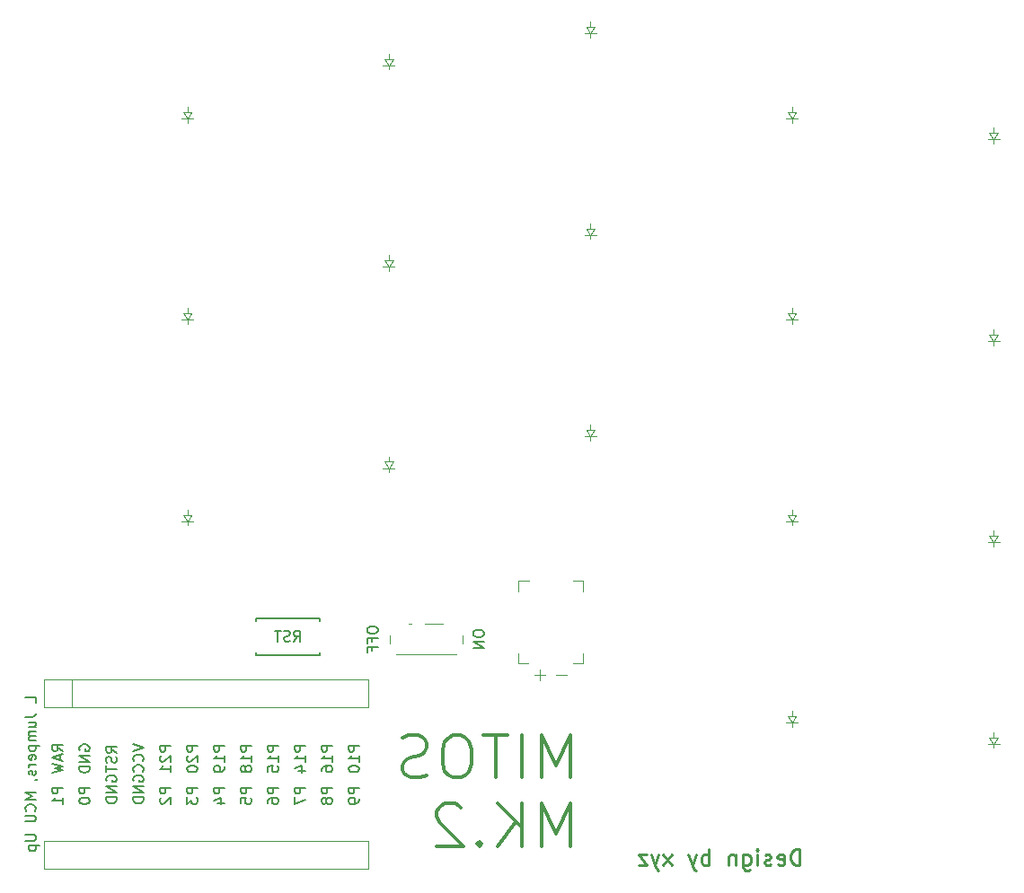
<source format=gbr>
%TF.GenerationSoftware,KiCad,Pcbnew,8.0.4*%
%TF.CreationDate,2024-08-31T21:53:54+08:00*%
%TF.ProjectId,board,626f6172-642e-46b6-9963-61645f706362,v1.0.0*%
%TF.SameCoordinates,Original*%
%TF.FileFunction,Legend,Bot*%
%TF.FilePolarity,Positive*%
%FSLAX46Y46*%
G04 Gerber Fmt 4.6, Leading zero omitted, Abs format (unit mm)*
G04 Created by KiCad (PCBNEW 8.0.4) date 2024-08-31 21:53:54*
%MOMM*%
%LPD*%
G01*
G04 APERTURE LIST*
%ADD10C,0.300000*%
%ADD11C,0.250000*%
%ADD12C,0.150000*%
%ADD13C,0.120000*%
%ADD14C,0.100000*%
G04 APERTURE END LIST*
D10*
X218100251Y-177305100D02*
X218100251Y-173305100D01*
X218100251Y-173305100D02*
X216766917Y-176162243D01*
X216766917Y-176162243D02*
X215433584Y-173305100D01*
X215433584Y-173305100D02*
X215433584Y-177305100D01*
X213528822Y-177305100D02*
X213528822Y-173305100D01*
X212195488Y-173305100D02*
X209909774Y-173305100D01*
X211052631Y-177305100D02*
X211052631Y-173305100D01*
X207814536Y-173305100D02*
X207052631Y-173305100D01*
X207052631Y-173305100D02*
X206671679Y-173495576D01*
X206671679Y-173495576D02*
X206290726Y-173876528D01*
X206290726Y-173876528D02*
X206100250Y-174638433D01*
X206100250Y-174638433D02*
X206100250Y-175971766D01*
X206100250Y-175971766D02*
X206290726Y-176733671D01*
X206290726Y-176733671D02*
X206671679Y-177114624D01*
X206671679Y-177114624D02*
X207052631Y-177305100D01*
X207052631Y-177305100D02*
X207814536Y-177305100D01*
X207814536Y-177305100D02*
X208195488Y-177114624D01*
X208195488Y-177114624D02*
X208576441Y-176733671D01*
X208576441Y-176733671D02*
X208766917Y-175971766D01*
X208766917Y-175971766D02*
X208766917Y-174638433D01*
X208766917Y-174638433D02*
X208576441Y-173876528D01*
X208576441Y-173876528D02*
X208195488Y-173495576D01*
X208195488Y-173495576D02*
X207814536Y-173305100D01*
X204576441Y-177114624D02*
X204005012Y-177305100D01*
X204005012Y-177305100D02*
X203052631Y-177305100D01*
X203052631Y-177305100D02*
X202671679Y-177114624D01*
X202671679Y-177114624D02*
X202481203Y-176924147D01*
X202481203Y-176924147D02*
X202290726Y-176543195D01*
X202290726Y-176543195D02*
X202290726Y-176162243D01*
X202290726Y-176162243D02*
X202481203Y-175781290D01*
X202481203Y-175781290D02*
X202671679Y-175590814D01*
X202671679Y-175590814D02*
X203052631Y-175400338D01*
X203052631Y-175400338D02*
X203814536Y-175209862D01*
X203814536Y-175209862D02*
X204195488Y-175019385D01*
X204195488Y-175019385D02*
X204385965Y-174828909D01*
X204385965Y-174828909D02*
X204576441Y-174447957D01*
X204576441Y-174447957D02*
X204576441Y-174067004D01*
X204576441Y-174067004D02*
X204385965Y-173686052D01*
X204385965Y-173686052D02*
X204195488Y-173495576D01*
X204195488Y-173495576D02*
X203814536Y-173305100D01*
X203814536Y-173305100D02*
X202862155Y-173305100D01*
X202862155Y-173305100D02*
X202290726Y-173495576D01*
X218100251Y-183744876D02*
X218100251Y-179744876D01*
X218100251Y-179744876D02*
X216766917Y-182602019D01*
X216766917Y-182602019D02*
X215433584Y-179744876D01*
X215433584Y-179744876D02*
X215433584Y-183744876D01*
X213528822Y-183744876D02*
X213528822Y-179744876D01*
X211243107Y-183744876D02*
X212957393Y-181459161D01*
X211243107Y-179744876D02*
X213528822Y-182030590D01*
X209528822Y-183363923D02*
X209338345Y-183554400D01*
X209338345Y-183554400D02*
X209528822Y-183744876D01*
X209528822Y-183744876D02*
X209719298Y-183554400D01*
X209719298Y-183554400D02*
X209528822Y-183363923D01*
X209528822Y-183363923D02*
X209528822Y-183744876D01*
X207814536Y-180125828D02*
X207624060Y-179935352D01*
X207624060Y-179935352D02*
X207243107Y-179744876D01*
X207243107Y-179744876D02*
X206290726Y-179744876D01*
X206290726Y-179744876D02*
X205909774Y-179935352D01*
X205909774Y-179935352D02*
X205719298Y-180125828D01*
X205719298Y-180125828D02*
X205528821Y-180506780D01*
X205528821Y-180506780D02*
X205528821Y-180887733D01*
X205528821Y-180887733D02*
X205719298Y-181459161D01*
X205719298Y-181459161D02*
X208005012Y-183744876D01*
X208005012Y-183744876D02*
X205528821Y-183744876D01*
D11*
X239728384Y-185553428D02*
X239728384Y-184053428D01*
X239728384Y-184053428D02*
X239371241Y-184053428D01*
X239371241Y-184053428D02*
X239156955Y-184124857D01*
X239156955Y-184124857D02*
X239014098Y-184267714D01*
X239014098Y-184267714D02*
X238942669Y-184410571D01*
X238942669Y-184410571D02*
X238871241Y-184696285D01*
X238871241Y-184696285D02*
X238871241Y-184910571D01*
X238871241Y-184910571D02*
X238942669Y-185196285D01*
X238942669Y-185196285D02*
X239014098Y-185339142D01*
X239014098Y-185339142D02*
X239156955Y-185482000D01*
X239156955Y-185482000D02*
X239371241Y-185553428D01*
X239371241Y-185553428D02*
X239728384Y-185553428D01*
X237656955Y-185482000D02*
X237799812Y-185553428D01*
X237799812Y-185553428D02*
X238085527Y-185553428D01*
X238085527Y-185553428D02*
X238228384Y-185482000D01*
X238228384Y-185482000D02*
X238299812Y-185339142D01*
X238299812Y-185339142D02*
X238299812Y-184767714D01*
X238299812Y-184767714D02*
X238228384Y-184624857D01*
X238228384Y-184624857D02*
X238085527Y-184553428D01*
X238085527Y-184553428D02*
X237799812Y-184553428D01*
X237799812Y-184553428D02*
X237656955Y-184624857D01*
X237656955Y-184624857D02*
X237585527Y-184767714D01*
X237585527Y-184767714D02*
X237585527Y-184910571D01*
X237585527Y-184910571D02*
X238299812Y-185053428D01*
X237014098Y-185482000D02*
X236871241Y-185553428D01*
X236871241Y-185553428D02*
X236585527Y-185553428D01*
X236585527Y-185553428D02*
X236442670Y-185482000D01*
X236442670Y-185482000D02*
X236371241Y-185339142D01*
X236371241Y-185339142D02*
X236371241Y-185267714D01*
X236371241Y-185267714D02*
X236442670Y-185124857D01*
X236442670Y-185124857D02*
X236585527Y-185053428D01*
X236585527Y-185053428D02*
X236799813Y-185053428D01*
X236799813Y-185053428D02*
X236942670Y-184982000D01*
X236942670Y-184982000D02*
X237014098Y-184839142D01*
X237014098Y-184839142D02*
X237014098Y-184767714D01*
X237014098Y-184767714D02*
X236942670Y-184624857D01*
X236942670Y-184624857D02*
X236799813Y-184553428D01*
X236799813Y-184553428D02*
X236585527Y-184553428D01*
X236585527Y-184553428D02*
X236442670Y-184624857D01*
X235728384Y-185553428D02*
X235728384Y-184553428D01*
X235728384Y-184053428D02*
X235799812Y-184124857D01*
X235799812Y-184124857D02*
X235728384Y-184196285D01*
X235728384Y-184196285D02*
X235656955Y-184124857D01*
X235656955Y-184124857D02*
X235728384Y-184053428D01*
X235728384Y-184053428D02*
X235728384Y-184196285D01*
X234371241Y-184553428D02*
X234371241Y-185767714D01*
X234371241Y-185767714D02*
X234442669Y-185910571D01*
X234442669Y-185910571D02*
X234514098Y-185982000D01*
X234514098Y-185982000D02*
X234656955Y-186053428D01*
X234656955Y-186053428D02*
X234871241Y-186053428D01*
X234871241Y-186053428D02*
X235014098Y-185982000D01*
X234371241Y-185482000D02*
X234514098Y-185553428D01*
X234514098Y-185553428D02*
X234799812Y-185553428D01*
X234799812Y-185553428D02*
X234942669Y-185482000D01*
X234942669Y-185482000D02*
X235014098Y-185410571D01*
X235014098Y-185410571D02*
X235085526Y-185267714D01*
X235085526Y-185267714D02*
X235085526Y-184839142D01*
X235085526Y-184839142D02*
X235014098Y-184696285D01*
X235014098Y-184696285D02*
X234942669Y-184624857D01*
X234942669Y-184624857D02*
X234799812Y-184553428D01*
X234799812Y-184553428D02*
X234514098Y-184553428D01*
X234514098Y-184553428D02*
X234371241Y-184624857D01*
X233656955Y-184553428D02*
X233656955Y-185553428D01*
X233656955Y-184696285D02*
X233585526Y-184624857D01*
X233585526Y-184624857D02*
X233442669Y-184553428D01*
X233442669Y-184553428D02*
X233228383Y-184553428D01*
X233228383Y-184553428D02*
X233085526Y-184624857D01*
X233085526Y-184624857D02*
X233014098Y-184767714D01*
X233014098Y-184767714D02*
X233014098Y-185553428D01*
X231156955Y-185553428D02*
X231156955Y-184053428D01*
X231156955Y-184624857D02*
X231014098Y-184553428D01*
X231014098Y-184553428D02*
X230728383Y-184553428D01*
X230728383Y-184553428D02*
X230585526Y-184624857D01*
X230585526Y-184624857D02*
X230514098Y-184696285D01*
X230514098Y-184696285D02*
X230442669Y-184839142D01*
X230442669Y-184839142D02*
X230442669Y-185267714D01*
X230442669Y-185267714D02*
X230514098Y-185410571D01*
X230514098Y-185410571D02*
X230585526Y-185482000D01*
X230585526Y-185482000D02*
X230728383Y-185553428D01*
X230728383Y-185553428D02*
X231014098Y-185553428D01*
X231014098Y-185553428D02*
X231156955Y-185482000D01*
X229942669Y-184553428D02*
X229585526Y-185553428D01*
X229228383Y-184553428D02*
X229585526Y-185553428D01*
X229585526Y-185553428D02*
X229728383Y-185910571D01*
X229728383Y-185910571D02*
X229799812Y-185982000D01*
X229799812Y-185982000D02*
X229942669Y-186053428D01*
X227656955Y-185553428D02*
X226871241Y-184553428D01*
X227656955Y-184553428D02*
X226871241Y-185553428D01*
X226442669Y-184553428D02*
X226085526Y-185553428D01*
X225728383Y-184553428D02*
X226085526Y-185553428D01*
X226085526Y-185553428D02*
X226228383Y-185910571D01*
X226228383Y-185910571D02*
X226299812Y-185982000D01*
X226299812Y-185982000D02*
X226442669Y-186053428D01*
X225299812Y-184553428D02*
X224514098Y-184553428D01*
X224514098Y-184553428D02*
X225299812Y-185553428D01*
X225299812Y-185553428D02*
X224514098Y-185553428D01*
D12*
X175344819Y-174952380D02*
X174868628Y-174619047D01*
X175344819Y-174380952D02*
X174344819Y-174380952D01*
X174344819Y-174380952D02*
X174344819Y-174761904D01*
X174344819Y-174761904D02*
X174392438Y-174857142D01*
X174392438Y-174857142D02*
X174440057Y-174904761D01*
X174440057Y-174904761D02*
X174535295Y-174952380D01*
X174535295Y-174952380D02*
X174678152Y-174952380D01*
X174678152Y-174952380D02*
X174773390Y-174904761D01*
X174773390Y-174904761D02*
X174821009Y-174857142D01*
X174821009Y-174857142D02*
X174868628Y-174761904D01*
X174868628Y-174761904D02*
X174868628Y-174380952D01*
X175297200Y-175333333D02*
X175344819Y-175476190D01*
X175344819Y-175476190D02*
X175344819Y-175714285D01*
X175344819Y-175714285D02*
X175297200Y-175809523D01*
X175297200Y-175809523D02*
X175249580Y-175857142D01*
X175249580Y-175857142D02*
X175154342Y-175904761D01*
X175154342Y-175904761D02*
X175059104Y-175904761D01*
X175059104Y-175904761D02*
X174963866Y-175857142D01*
X174963866Y-175857142D02*
X174916247Y-175809523D01*
X174916247Y-175809523D02*
X174868628Y-175714285D01*
X174868628Y-175714285D02*
X174821009Y-175523809D01*
X174821009Y-175523809D02*
X174773390Y-175428571D01*
X174773390Y-175428571D02*
X174725771Y-175380952D01*
X174725771Y-175380952D02*
X174630533Y-175333333D01*
X174630533Y-175333333D02*
X174535295Y-175333333D01*
X174535295Y-175333333D02*
X174440057Y-175380952D01*
X174440057Y-175380952D02*
X174392438Y-175428571D01*
X174392438Y-175428571D02*
X174344819Y-175523809D01*
X174344819Y-175523809D02*
X174344819Y-175761904D01*
X174344819Y-175761904D02*
X174392438Y-175904761D01*
X174344819Y-176190476D02*
X174344819Y-176761904D01*
X175344819Y-176476190D02*
X174344819Y-176476190D01*
X188044819Y-174285714D02*
X187044819Y-174285714D01*
X187044819Y-174285714D02*
X187044819Y-174666666D01*
X187044819Y-174666666D02*
X187092438Y-174761904D01*
X187092438Y-174761904D02*
X187140057Y-174809523D01*
X187140057Y-174809523D02*
X187235295Y-174857142D01*
X187235295Y-174857142D02*
X187378152Y-174857142D01*
X187378152Y-174857142D02*
X187473390Y-174809523D01*
X187473390Y-174809523D02*
X187521009Y-174761904D01*
X187521009Y-174761904D02*
X187568628Y-174666666D01*
X187568628Y-174666666D02*
X187568628Y-174285714D01*
X188044819Y-175809523D02*
X188044819Y-175238095D01*
X188044819Y-175523809D02*
X187044819Y-175523809D01*
X187044819Y-175523809D02*
X187187676Y-175428571D01*
X187187676Y-175428571D02*
X187282914Y-175333333D01*
X187282914Y-175333333D02*
X187330533Y-175238095D01*
X187473390Y-176380952D02*
X187425771Y-176285714D01*
X187425771Y-176285714D02*
X187378152Y-176238095D01*
X187378152Y-176238095D02*
X187282914Y-176190476D01*
X187282914Y-176190476D02*
X187235295Y-176190476D01*
X187235295Y-176190476D02*
X187140057Y-176238095D01*
X187140057Y-176238095D02*
X187092438Y-176285714D01*
X187092438Y-176285714D02*
X187044819Y-176380952D01*
X187044819Y-176380952D02*
X187044819Y-176571428D01*
X187044819Y-176571428D02*
X187092438Y-176666666D01*
X187092438Y-176666666D02*
X187140057Y-176714285D01*
X187140057Y-176714285D02*
X187235295Y-176761904D01*
X187235295Y-176761904D02*
X187282914Y-176761904D01*
X187282914Y-176761904D02*
X187378152Y-176714285D01*
X187378152Y-176714285D02*
X187425771Y-176666666D01*
X187425771Y-176666666D02*
X187473390Y-176571428D01*
X187473390Y-176571428D02*
X187473390Y-176380952D01*
X187473390Y-176380952D02*
X187521009Y-176285714D01*
X187521009Y-176285714D02*
X187568628Y-176238095D01*
X187568628Y-176238095D02*
X187663866Y-176190476D01*
X187663866Y-176190476D02*
X187854342Y-176190476D01*
X187854342Y-176190476D02*
X187949580Y-176238095D01*
X187949580Y-176238095D02*
X187997200Y-176285714D01*
X187997200Y-176285714D02*
X188044819Y-176380952D01*
X188044819Y-176380952D02*
X188044819Y-176571428D01*
X188044819Y-176571428D02*
X187997200Y-176666666D01*
X187997200Y-176666666D02*
X187949580Y-176714285D01*
X187949580Y-176714285D02*
X187854342Y-176761904D01*
X187854342Y-176761904D02*
X187663866Y-176761904D01*
X187663866Y-176761904D02*
X187568628Y-176714285D01*
X187568628Y-176714285D02*
X187521009Y-176666666D01*
X187521009Y-176666666D02*
X187473390Y-176571428D01*
X180424819Y-178251905D02*
X179424819Y-178251905D01*
X179424819Y-178251905D02*
X179424819Y-178632857D01*
X179424819Y-178632857D02*
X179472438Y-178728095D01*
X179472438Y-178728095D02*
X179520057Y-178775714D01*
X179520057Y-178775714D02*
X179615295Y-178823333D01*
X179615295Y-178823333D02*
X179758152Y-178823333D01*
X179758152Y-178823333D02*
X179853390Y-178775714D01*
X179853390Y-178775714D02*
X179901009Y-178728095D01*
X179901009Y-178728095D02*
X179948628Y-178632857D01*
X179948628Y-178632857D02*
X179948628Y-178251905D01*
X179520057Y-179204286D02*
X179472438Y-179251905D01*
X179472438Y-179251905D02*
X179424819Y-179347143D01*
X179424819Y-179347143D02*
X179424819Y-179585238D01*
X179424819Y-179585238D02*
X179472438Y-179680476D01*
X179472438Y-179680476D02*
X179520057Y-179728095D01*
X179520057Y-179728095D02*
X179615295Y-179775714D01*
X179615295Y-179775714D02*
X179710533Y-179775714D01*
X179710533Y-179775714D02*
X179853390Y-179728095D01*
X179853390Y-179728095D02*
X180424819Y-179156667D01*
X180424819Y-179156667D02*
X180424819Y-179775714D01*
X198204819Y-178251905D02*
X197204819Y-178251905D01*
X197204819Y-178251905D02*
X197204819Y-178632857D01*
X197204819Y-178632857D02*
X197252438Y-178728095D01*
X197252438Y-178728095D02*
X197300057Y-178775714D01*
X197300057Y-178775714D02*
X197395295Y-178823333D01*
X197395295Y-178823333D02*
X197538152Y-178823333D01*
X197538152Y-178823333D02*
X197633390Y-178775714D01*
X197633390Y-178775714D02*
X197681009Y-178728095D01*
X197681009Y-178728095D02*
X197728628Y-178632857D01*
X197728628Y-178632857D02*
X197728628Y-178251905D01*
X198204819Y-179299524D02*
X198204819Y-179490000D01*
X198204819Y-179490000D02*
X198157200Y-179585238D01*
X198157200Y-179585238D02*
X198109580Y-179632857D01*
X198109580Y-179632857D02*
X197966723Y-179728095D01*
X197966723Y-179728095D02*
X197776247Y-179775714D01*
X197776247Y-179775714D02*
X197395295Y-179775714D01*
X197395295Y-179775714D02*
X197300057Y-179728095D01*
X197300057Y-179728095D02*
X197252438Y-179680476D01*
X197252438Y-179680476D02*
X197204819Y-179585238D01*
X197204819Y-179585238D02*
X197204819Y-179394762D01*
X197204819Y-179394762D02*
X197252438Y-179299524D01*
X197252438Y-179299524D02*
X197300057Y-179251905D01*
X197300057Y-179251905D02*
X197395295Y-179204286D01*
X197395295Y-179204286D02*
X197633390Y-179204286D01*
X197633390Y-179204286D02*
X197728628Y-179251905D01*
X197728628Y-179251905D02*
X197776247Y-179299524D01*
X197776247Y-179299524D02*
X197823866Y-179394762D01*
X197823866Y-179394762D02*
X197823866Y-179585238D01*
X197823866Y-179585238D02*
X197776247Y-179680476D01*
X197776247Y-179680476D02*
X197728628Y-179728095D01*
X197728628Y-179728095D02*
X197633390Y-179775714D01*
X185504819Y-174285714D02*
X184504819Y-174285714D01*
X184504819Y-174285714D02*
X184504819Y-174666666D01*
X184504819Y-174666666D02*
X184552438Y-174761904D01*
X184552438Y-174761904D02*
X184600057Y-174809523D01*
X184600057Y-174809523D02*
X184695295Y-174857142D01*
X184695295Y-174857142D02*
X184838152Y-174857142D01*
X184838152Y-174857142D02*
X184933390Y-174809523D01*
X184933390Y-174809523D02*
X184981009Y-174761904D01*
X184981009Y-174761904D02*
X185028628Y-174666666D01*
X185028628Y-174666666D02*
X185028628Y-174285714D01*
X185504819Y-175809523D02*
X185504819Y-175238095D01*
X185504819Y-175523809D02*
X184504819Y-175523809D01*
X184504819Y-175523809D02*
X184647676Y-175428571D01*
X184647676Y-175428571D02*
X184742914Y-175333333D01*
X184742914Y-175333333D02*
X184790533Y-175238095D01*
X185504819Y-176285714D02*
X185504819Y-176476190D01*
X185504819Y-176476190D02*
X185457200Y-176571428D01*
X185457200Y-176571428D02*
X185409580Y-176619047D01*
X185409580Y-176619047D02*
X185266723Y-176714285D01*
X185266723Y-176714285D02*
X185076247Y-176761904D01*
X185076247Y-176761904D02*
X184695295Y-176761904D01*
X184695295Y-176761904D02*
X184600057Y-176714285D01*
X184600057Y-176714285D02*
X184552438Y-176666666D01*
X184552438Y-176666666D02*
X184504819Y-176571428D01*
X184504819Y-176571428D02*
X184504819Y-176380952D01*
X184504819Y-176380952D02*
X184552438Y-176285714D01*
X184552438Y-176285714D02*
X184600057Y-176238095D01*
X184600057Y-176238095D02*
X184695295Y-176190476D01*
X184695295Y-176190476D02*
X184933390Y-176190476D01*
X184933390Y-176190476D02*
X185028628Y-176238095D01*
X185028628Y-176238095D02*
X185076247Y-176285714D01*
X185076247Y-176285714D02*
X185123866Y-176380952D01*
X185123866Y-176380952D02*
X185123866Y-176571428D01*
X185123866Y-176571428D02*
X185076247Y-176666666D01*
X185076247Y-176666666D02*
X185028628Y-176714285D01*
X185028628Y-176714285D02*
X184933390Y-176761904D01*
X171852438Y-174738095D02*
X171804819Y-174642857D01*
X171804819Y-174642857D02*
X171804819Y-174500000D01*
X171804819Y-174500000D02*
X171852438Y-174357143D01*
X171852438Y-174357143D02*
X171947676Y-174261905D01*
X171947676Y-174261905D02*
X172042914Y-174214286D01*
X172042914Y-174214286D02*
X172233390Y-174166667D01*
X172233390Y-174166667D02*
X172376247Y-174166667D01*
X172376247Y-174166667D02*
X172566723Y-174214286D01*
X172566723Y-174214286D02*
X172661961Y-174261905D01*
X172661961Y-174261905D02*
X172757200Y-174357143D01*
X172757200Y-174357143D02*
X172804819Y-174500000D01*
X172804819Y-174500000D02*
X172804819Y-174595238D01*
X172804819Y-174595238D02*
X172757200Y-174738095D01*
X172757200Y-174738095D02*
X172709580Y-174785714D01*
X172709580Y-174785714D02*
X172376247Y-174785714D01*
X172376247Y-174785714D02*
X172376247Y-174595238D01*
X172804819Y-175214286D02*
X171804819Y-175214286D01*
X171804819Y-175214286D02*
X172804819Y-175785714D01*
X172804819Y-175785714D02*
X171804819Y-175785714D01*
X172804819Y-176261905D02*
X171804819Y-176261905D01*
X171804819Y-176261905D02*
X171804819Y-176500000D01*
X171804819Y-176500000D02*
X171852438Y-176642857D01*
X171852438Y-176642857D02*
X171947676Y-176738095D01*
X171947676Y-176738095D02*
X172042914Y-176785714D01*
X172042914Y-176785714D02*
X172233390Y-176833333D01*
X172233390Y-176833333D02*
X172376247Y-176833333D01*
X172376247Y-176833333D02*
X172566723Y-176785714D01*
X172566723Y-176785714D02*
X172661961Y-176738095D01*
X172661961Y-176738095D02*
X172757200Y-176642857D01*
X172757200Y-176642857D02*
X172804819Y-176500000D01*
X172804819Y-176500000D02*
X172804819Y-176261905D01*
X180424819Y-174285714D02*
X179424819Y-174285714D01*
X179424819Y-174285714D02*
X179424819Y-174666666D01*
X179424819Y-174666666D02*
X179472438Y-174761904D01*
X179472438Y-174761904D02*
X179520057Y-174809523D01*
X179520057Y-174809523D02*
X179615295Y-174857142D01*
X179615295Y-174857142D02*
X179758152Y-174857142D01*
X179758152Y-174857142D02*
X179853390Y-174809523D01*
X179853390Y-174809523D02*
X179901009Y-174761904D01*
X179901009Y-174761904D02*
X179948628Y-174666666D01*
X179948628Y-174666666D02*
X179948628Y-174285714D01*
X179520057Y-175238095D02*
X179472438Y-175285714D01*
X179472438Y-175285714D02*
X179424819Y-175380952D01*
X179424819Y-175380952D02*
X179424819Y-175619047D01*
X179424819Y-175619047D02*
X179472438Y-175714285D01*
X179472438Y-175714285D02*
X179520057Y-175761904D01*
X179520057Y-175761904D02*
X179615295Y-175809523D01*
X179615295Y-175809523D02*
X179710533Y-175809523D01*
X179710533Y-175809523D02*
X179853390Y-175761904D01*
X179853390Y-175761904D02*
X180424819Y-175190476D01*
X180424819Y-175190476D02*
X180424819Y-175809523D01*
X180424819Y-176761904D02*
X180424819Y-176190476D01*
X180424819Y-176476190D02*
X179424819Y-176476190D01*
X179424819Y-176476190D02*
X179567676Y-176380952D01*
X179567676Y-176380952D02*
X179662914Y-176285714D01*
X179662914Y-176285714D02*
X179710533Y-176190476D01*
X195664819Y-174285714D02*
X194664819Y-174285714D01*
X194664819Y-174285714D02*
X194664819Y-174666666D01*
X194664819Y-174666666D02*
X194712438Y-174761904D01*
X194712438Y-174761904D02*
X194760057Y-174809523D01*
X194760057Y-174809523D02*
X194855295Y-174857142D01*
X194855295Y-174857142D02*
X194998152Y-174857142D01*
X194998152Y-174857142D02*
X195093390Y-174809523D01*
X195093390Y-174809523D02*
X195141009Y-174761904D01*
X195141009Y-174761904D02*
X195188628Y-174666666D01*
X195188628Y-174666666D02*
X195188628Y-174285714D01*
X195664819Y-175809523D02*
X195664819Y-175238095D01*
X195664819Y-175523809D02*
X194664819Y-175523809D01*
X194664819Y-175523809D02*
X194807676Y-175428571D01*
X194807676Y-175428571D02*
X194902914Y-175333333D01*
X194902914Y-175333333D02*
X194950533Y-175238095D01*
X194664819Y-176666666D02*
X194664819Y-176476190D01*
X194664819Y-176476190D02*
X194712438Y-176380952D01*
X194712438Y-176380952D02*
X194760057Y-176333333D01*
X194760057Y-176333333D02*
X194902914Y-176238095D01*
X194902914Y-176238095D02*
X195093390Y-176190476D01*
X195093390Y-176190476D02*
X195474342Y-176190476D01*
X195474342Y-176190476D02*
X195569580Y-176238095D01*
X195569580Y-176238095D02*
X195617200Y-176285714D01*
X195617200Y-176285714D02*
X195664819Y-176380952D01*
X195664819Y-176380952D02*
X195664819Y-176571428D01*
X195664819Y-176571428D02*
X195617200Y-176666666D01*
X195617200Y-176666666D02*
X195569580Y-176714285D01*
X195569580Y-176714285D02*
X195474342Y-176761904D01*
X195474342Y-176761904D02*
X195236247Y-176761904D01*
X195236247Y-176761904D02*
X195141009Y-176714285D01*
X195141009Y-176714285D02*
X195093390Y-176666666D01*
X195093390Y-176666666D02*
X195045771Y-176571428D01*
X195045771Y-176571428D02*
X195045771Y-176380952D01*
X195045771Y-176380952D02*
X195093390Y-176285714D01*
X195093390Y-176285714D02*
X195141009Y-176238095D01*
X195141009Y-176238095D02*
X195236247Y-176190476D01*
X170264819Y-178251905D02*
X169264819Y-178251905D01*
X169264819Y-178251905D02*
X169264819Y-178632857D01*
X169264819Y-178632857D02*
X169312438Y-178728095D01*
X169312438Y-178728095D02*
X169360057Y-178775714D01*
X169360057Y-178775714D02*
X169455295Y-178823333D01*
X169455295Y-178823333D02*
X169598152Y-178823333D01*
X169598152Y-178823333D02*
X169693390Y-178775714D01*
X169693390Y-178775714D02*
X169741009Y-178728095D01*
X169741009Y-178728095D02*
X169788628Y-178632857D01*
X169788628Y-178632857D02*
X169788628Y-178251905D01*
X170264819Y-179775714D02*
X170264819Y-179204286D01*
X170264819Y-179490000D02*
X169264819Y-179490000D01*
X169264819Y-179490000D02*
X169407676Y-179394762D01*
X169407676Y-179394762D02*
X169502914Y-179299524D01*
X169502914Y-179299524D02*
X169550533Y-179204286D01*
X176932438Y-177638095D02*
X176884819Y-177542857D01*
X176884819Y-177542857D02*
X176884819Y-177400000D01*
X176884819Y-177400000D02*
X176932438Y-177257143D01*
X176932438Y-177257143D02*
X177027676Y-177161905D01*
X177027676Y-177161905D02*
X177122914Y-177114286D01*
X177122914Y-177114286D02*
X177313390Y-177066667D01*
X177313390Y-177066667D02*
X177456247Y-177066667D01*
X177456247Y-177066667D02*
X177646723Y-177114286D01*
X177646723Y-177114286D02*
X177741961Y-177161905D01*
X177741961Y-177161905D02*
X177837200Y-177257143D01*
X177837200Y-177257143D02*
X177884819Y-177400000D01*
X177884819Y-177400000D02*
X177884819Y-177495238D01*
X177884819Y-177495238D02*
X177837200Y-177638095D01*
X177837200Y-177638095D02*
X177789580Y-177685714D01*
X177789580Y-177685714D02*
X177456247Y-177685714D01*
X177456247Y-177685714D02*
X177456247Y-177495238D01*
X177884819Y-178114286D02*
X176884819Y-178114286D01*
X176884819Y-178114286D02*
X177884819Y-178685714D01*
X177884819Y-178685714D02*
X176884819Y-178685714D01*
X177884819Y-179161905D02*
X176884819Y-179161905D01*
X176884819Y-179161905D02*
X176884819Y-179400000D01*
X176884819Y-179400000D02*
X176932438Y-179542857D01*
X176932438Y-179542857D02*
X177027676Y-179638095D01*
X177027676Y-179638095D02*
X177122914Y-179685714D01*
X177122914Y-179685714D02*
X177313390Y-179733333D01*
X177313390Y-179733333D02*
X177456247Y-179733333D01*
X177456247Y-179733333D02*
X177646723Y-179685714D01*
X177646723Y-179685714D02*
X177741961Y-179638095D01*
X177741961Y-179638095D02*
X177837200Y-179542857D01*
X177837200Y-179542857D02*
X177884819Y-179400000D01*
X177884819Y-179400000D02*
X177884819Y-179161905D01*
X185504819Y-178251905D02*
X184504819Y-178251905D01*
X184504819Y-178251905D02*
X184504819Y-178632857D01*
X184504819Y-178632857D02*
X184552438Y-178728095D01*
X184552438Y-178728095D02*
X184600057Y-178775714D01*
X184600057Y-178775714D02*
X184695295Y-178823333D01*
X184695295Y-178823333D02*
X184838152Y-178823333D01*
X184838152Y-178823333D02*
X184933390Y-178775714D01*
X184933390Y-178775714D02*
X184981009Y-178728095D01*
X184981009Y-178728095D02*
X185028628Y-178632857D01*
X185028628Y-178632857D02*
X185028628Y-178251905D01*
X184838152Y-179680476D02*
X185504819Y-179680476D01*
X184457200Y-179442381D02*
X185171485Y-179204286D01*
X185171485Y-179204286D02*
X185171485Y-179823333D01*
X182964819Y-178251905D02*
X181964819Y-178251905D01*
X181964819Y-178251905D02*
X181964819Y-178632857D01*
X181964819Y-178632857D02*
X182012438Y-178728095D01*
X182012438Y-178728095D02*
X182060057Y-178775714D01*
X182060057Y-178775714D02*
X182155295Y-178823333D01*
X182155295Y-178823333D02*
X182298152Y-178823333D01*
X182298152Y-178823333D02*
X182393390Y-178775714D01*
X182393390Y-178775714D02*
X182441009Y-178728095D01*
X182441009Y-178728095D02*
X182488628Y-178632857D01*
X182488628Y-178632857D02*
X182488628Y-178251905D01*
X181964819Y-179156667D02*
X181964819Y-179775714D01*
X181964819Y-179775714D02*
X182345771Y-179442381D01*
X182345771Y-179442381D02*
X182345771Y-179585238D01*
X182345771Y-179585238D02*
X182393390Y-179680476D01*
X182393390Y-179680476D02*
X182441009Y-179728095D01*
X182441009Y-179728095D02*
X182536247Y-179775714D01*
X182536247Y-179775714D02*
X182774342Y-179775714D01*
X182774342Y-179775714D02*
X182869580Y-179728095D01*
X182869580Y-179728095D02*
X182917200Y-179680476D01*
X182917200Y-179680476D02*
X182964819Y-179585238D01*
X182964819Y-179585238D02*
X182964819Y-179299524D01*
X182964819Y-179299524D02*
X182917200Y-179204286D01*
X182917200Y-179204286D02*
X182869580Y-179156667D01*
X198204819Y-174285714D02*
X197204819Y-174285714D01*
X197204819Y-174285714D02*
X197204819Y-174666666D01*
X197204819Y-174666666D02*
X197252438Y-174761904D01*
X197252438Y-174761904D02*
X197300057Y-174809523D01*
X197300057Y-174809523D02*
X197395295Y-174857142D01*
X197395295Y-174857142D02*
X197538152Y-174857142D01*
X197538152Y-174857142D02*
X197633390Y-174809523D01*
X197633390Y-174809523D02*
X197681009Y-174761904D01*
X197681009Y-174761904D02*
X197728628Y-174666666D01*
X197728628Y-174666666D02*
X197728628Y-174285714D01*
X198204819Y-175809523D02*
X198204819Y-175238095D01*
X198204819Y-175523809D02*
X197204819Y-175523809D01*
X197204819Y-175523809D02*
X197347676Y-175428571D01*
X197347676Y-175428571D02*
X197442914Y-175333333D01*
X197442914Y-175333333D02*
X197490533Y-175238095D01*
X197204819Y-176428571D02*
X197204819Y-176523809D01*
X197204819Y-176523809D02*
X197252438Y-176619047D01*
X197252438Y-176619047D02*
X197300057Y-176666666D01*
X197300057Y-176666666D02*
X197395295Y-176714285D01*
X197395295Y-176714285D02*
X197585771Y-176761904D01*
X197585771Y-176761904D02*
X197823866Y-176761904D01*
X197823866Y-176761904D02*
X198014342Y-176714285D01*
X198014342Y-176714285D02*
X198109580Y-176666666D01*
X198109580Y-176666666D02*
X198157200Y-176619047D01*
X198157200Y-176619047D02*
X198204819Y-176523809D01*
X198204819Y-176523809D02*
X198204819Y-176428571D01*
X198204819Y-176428571D02*
X198157200Y-176333333D01*
X198157200Y-176333333D02*
X198109580Y-176285714D01*
X198109580Y-176285714D02*
X198014342Y-176238095D01*
X198014342Y-176238095D02*
X197823866Y-176190476D01*
X197823866Y-176190476D02*
X197585771Y-176190476D01*
X197585771Y-176190476D02*
X197395295Y-176238095D01*
X197395295Y-176238095D02*
X197300057Y-176285714D01*
X197300057Y-176285714D02*
X197252438Y-176333333D01*
X197252438Y-176333333D02*
X197204819Y-176428571D01*
X193124819Y-178251905D02*
X192124819Y-178251905D01*
X192124819Y-178251905D02*
X192124819Y-178632857D01*
X192124819Y-178632857D02*
X192172438Y-178728095D01*
X192172438Y-178728095D02*
X192220057Y-178775714D01*
X192220057Y-178775714D02*
X192315295Y-178823333D01*
X192315295Y-178823333D02*
X192458152Y-178823333D01*
X192458152Y-178823333D02*
X192553390Y-178775714D01*
X192553390Y-178775714D02*
X192601009Y-178728095D01*
X192601009Y-178728095D02*
X192648628Y-178632857D01*
X192648628Y-178632857D02*
X192648628Y-178251905D01*
X192124819Y-179156667D02*
X192124819Y-179823333D01*
X192124819Y-179823333D02*
X193124819Y-179394762D01*
X176884819Y-174166667D02*
X177884819Y-174500000D01*
X177884819Y-174500000D02*
X176884819Y-174833333D01*
X177789580Y-175738095D02*
X177837200Y-175690476D01*
X177837200Y-175690476D02*
X177884819Y-175547619D01*
X177884819Y-175547619D02*
X177884819Y-175452381D01*
X177884819Y-175452381D02*
X177837200Y-175309524D01*
X177837200Y-175309524D02*
X177741961Y-175214286D01*
X177741961Y-175214286D02*
X177646723Y-175166667D01*
X177646723Y-175166667D02*
X177456247Y-175119048D01*
X177456247Y-175119048D02*
X177313390Y-175119048D01*
X177313390Y-175119048D02*
X177122914Y-175166667D01*
X177122914Y-175166667D02*
X177027676Y-175214286D01*
X177027676Y-175214286D02*
X176932438Y-175309524D01*
X176932438Y-175309524D02*
X176884819Y-175452381D01*
X176884819Y-175452381D02*
X176884819Y-175547619D01*
X176884819Y-175547619D02*
X176932438Y-175690476D01*
X176932438Y-175690476D02*
X176980057Y-175738095D01*
X177789580Y-176738095D02*
X177837200Y-176690476D01*
X177837200Y-176690476D02*
X177884819Y-176547619D01*
X177884819Y-176547619D02*
X177884819Y-176452381D01*
X177884819Y-176452381D02*
X177837200Y-176309524D01*
X177837200Y-176309524D02*
X177741961Y-176214286D01*
X177741961Y-176214286D02*
X177646723Y-176166667D01*
X177646723Y-176166667D02*
X177456247Y-176119048D01*
X177456247Y-176119048D02*
X177313390Y-176119048D01*
X177313390Y-176119048D02*
X177122914Y-176166667D01*
X177122914Y-176166667D02*
X177027676Y-176214286D01*
X177027676Y-176214286D02*
X176932438Y-176309524D01*
X176932438Y-176309524D02*
X176884819Y-176452381D01*
X176884819Y-176452381D02*
X176884819Y-176547619D01*
X176884819Y-176547619D02*
X176932438Y-176690476D01*
X176932438Y-176690476D02*
X176980057Y-176738095D01*
X188044819Y-178251905D02*
X187044819Y-178251905D01*
X187044819Y-178251905D02*
X187044819Y-178632857D01*
X187044819Y-178632857D02*
X187092438Y-178728095D01*
X187092438Y-178728095D02*
X187140057Y-178775714D01*
X187140057Y-178775714D02*
X187235295Y-178823333D01*
X187235295Y-178823333D02*
X187378152Y-178823333D01*
X187378152Y-178823333D02*
X187473390Y-178775714D01*
X187473390Y-178775714D02*
X187521009Y-178728095D01*
X187521009Y-178728095D02*
X187568628Y-178632857D01*
X187568628Y-178632857D02*
X187568628Y-178251905D01*
X187044819Y-179728095D02*
X187044819Y-179251905D01*
X187044819Y-179251905D02*
X187521009Y-179204286D01*
X187521009Y-179204286D02*
X187473390Y-179251905D01*
X187473390Y-179251905D02*
X187425771Y-179347143D01*
X187425771Y-179347143D02*
X187425771Y-179585238D01*
X187425771Y-179585238D02*
X187473390Y-179680476D01*
X187473390Y-179680476D02*
X187521009Y-179728095D01*
X187521009Y-179728095D02*
X187616247Y-179775714D01*
X187616247Y-179775714D02*
X187854342Y-179775714D01*
X187854342Y-179775714D02*
X187949580Y-179728095D01*
X187949580Y-179728095D02*
X187997200Y-179680476D01*
X187997200Y-179680476D02*
X188044819Y-179585238D01*
X188044819Y-179585238D02*
X188044819Y-179347143D01*
X188044819Y-179347143D02*
X187997200Y-179251905D01*
X187997200Y-179251905D02*
X187949580Y-179204286D01*
X190584819Y-174285714D02*
X189584819Y-174285714D01*
X189584819Y-174285714D02*
X189584819Y-174666666D01*
X189584819Y-174666666D02*
X189632438Y-174761904D01*
X189632438Y-174761904D02*
X189680057Y-174809523D01*
X189680057Y-174809523D02*
X189775295Y-174857142D01*
X189775295Y-174857142D02*
X189918152Y-174857142D01*
X189918152Y-174857142D02*
X190013390Y-174809523D01*
X190013390Y-174809523D02*
X190061009Y-174761904D01*
X190061009Y-174761904D02*
X190108628Y-174666666D01*
X190108628Y-174666666D02*
X190108628Y-174285714D01*
X190584819Y-175809523D02*
X190584819Y-175238095D01*
X190584819Y-175523809D02*
X189584819Y-175523809D01*
X189584819Y-175523809D02*
X189727676Y-175428571D01*
X189727676Y-175428571D02*
X189822914Y-175333333D01*
X189822914Y-175333333D02*
X189870533Y-175238095D01*
X189584819Y-176714285D02*
X189584819Y-176238095D01*
X189584819Y-176238095D02*
X190061009Y-176190476D01*
X190061009Y-176190476D02*
X190013390Y-176238095D01*
X190013390Y-176238095D02*
X189965771Y-176333333D01*
X189965771Y-176333333D02*
X189965771Y-176571428D01*
X189965771Y-176571428D02*
X190013390Y-176666666D01*
X190013390Y-176666666D02*
X190061009Y-176714285D01*
X190061009Y-176714285D02*
X190156247Y-176761904D01*
X190156247Y-176761904D02*
X190394342Y-176761904D01*
X190394342Y-176761904D02*
X190489580Y-176714285D01*
X190489580Y-176714285D02*
X190537200Y-176666666D01*
X190537200Y-176666666D02*
X190584819Y-176571428D01*
X190584819Y-176571428D02*
X190584819Y-176333333D01*
X190584819Y-176333333D02*
X190537200Y-176238095D01*
X190537200Y-176238095D02*
X190489580Y-176190476D01*
X167719819Y-170211904D02*
X167719819Y-169735714D01*
X167719819Y-169735714D02*
X166719819Y-169735714D01*
X166719819Y-171592857D02*
X167434104Y-171592857D01*
X167434104Y-171592857D02*
X167576961Y-171545238D01*
X167576961Y-171545238D02*
X167672200Y-171450000D01*
X167672200Y-171450000D02*
X167719819Y-171307143D01*
X167719819Y-171307143D02*
X167719819Y-171211905D01*
X167053152Y-172497619D02*
X167719819Y-172497619D01*
X167053152Y-172069048D02*
X167576961Y-172069048D01*
X167576961Y-172069048D02*
X167672200Y-172116667D01*
X167672200Y-172116667D02*
X167719819Y-172211905D01*
X167719819Y-172211905D02*
X167719819Y-172354762D01*
X167719819Y-172354762D02*
X167672200Y-172450000D01*
X167672200Y-172450000D02*
X167624580Y-172497619D01*
X167719819Y-172973810D02*
X167053152Y-172973810D01*
X167148390Y-172973810D02*
X167100771Y-173021429D01*
X167100771Y-173021429D02*
X167053152Y-173116667D01*
X167053152Y-173116667D02*
X167053152Y-173259524D01*
X167053152Y-173259524D02*
X167100771Y-173354762D01*
X167100771Y-173354762D02*
X167196009Y-173402381D01*
X167196009Y-173402381D02*
X167719819Y-173402381D01*
X167196009Y-173402381D02*
X167100771Y-173450000D01*
X167100771Y-173450000D02*
X167053152Y-173545238D01*
X167053152Y-173545238D02*
X167053152Y-173688095D01*
X167053152Y-173688095D02*
X167100771Y-173783334D01*
X167100771Y-173783334D02*
X167196009Y-173830953D01*
X167196009Y-173830953D02*
X167719819Y-173830953D01*
X167053152Y-174307143D02*
X168053152Y-174307143D01*
X167100771Y-174307143D02*
X167053152Y-174402381D01*
X167053152Y-174402381D02*
X167053152Y-174592857D01*
X167053152Y-174592857D02*
X167100771Y-174688095D01*
X167100771Y-174688095D02*
X167148390Y-174735714D01*
X167148390Y-174735714D02*
X167243628Y-174783333D01*
X167243628Y-174783333D02*
X167529342Y-174783333D01*
X167529342Y-174783333D02*
X167624580Y-174735714D01*
X167624580Y-174735714D02*
X167672200Y-174688095D01*
X167672200Y-174688095D02*
X167719819Y-174592857D01*
X167719819Y-174592857D02*
X167719819Y-174402381D01*
X167719819Y-174402381D02*
X167672200Y-174307143D01*
X167672200Y-175592857D02*
X167719819Y-175497619D01*
X167719819Y-175497619D02*
X167719819Y-175307143D01*
X167719819Y-175307143D02*
X167672200Y-175211905D01*
X167672200Y-175211905D02*
X167576961Y-175164286D01*
X167576961Y-175164286D02*
X167196009Y-175164286D01*
X167196009Y-175164286D02*
X167100771Y-175211905D01*
X167100771Y-175211905D02*
X167053152Y-175307143D01*
X167053152Y-175307143D02*
X167053152Y-175497619D01*
X167053152Y-175497619D02*
X167100771Y-175592857D01*
X167100771Y-175592857D02*
X167196009Y-175640476D01*
X167196009Y-175640476D02*
X167291247Y-175640476D01*
X167291247Y-175640476D02*
X167386485Y-175164286D01*
X167719819Y-176069048D02*
X167053152Y-176069048D01*
X167243628Y-176069048D02*
X167148390Y-176116667D01*
X167148390Y-176116667D02*
X167100771Y-176164286D01*
X167100771Y-176164286D02*
X167053152Y-176259524D01*
X167053152Y-176259524D02*
X167053152Y-176354762D01*
X167672200Y-176640477D02*
X167719819Y-176735715D01*
X167719819Y-176735715D02*
X167719819Y-176926191D01*
X167719819Y-176926191D02*
X167672200Y-177021429D01*
X167672200Y-177021429D02*
X167576961Y-177069048D01*
X167576961Y-177069048D02*
X167529342Y-177069048D01*
X167529342Y-177069048D02*
X167434104Y-177021429D01*
X167434104Y-177021429D02*
X167386485Y-176926191D01*
X167386485Y-176926191D02*
X167386485Y-176783334D01*
X167386485Y-176783334D02*
X167338866Y-176688096D01*
X167338866Y-176688096D02*
X167243628Y-176640477D01*
X167243628Y-176640477D02*
X167196009Y-176640477D01*
X167196009Y-176640477D02*
X167100771Y-176688096D01*
X167100771Y-176688096D02*
X167053152Y-176783334D01*
X167053152Y-176783334D02*
X167053152Y-176926191D01*
X167053152Y-176926191D02*
X167100771Y-177021429D01*
X167672200Y-177545239D02*
X167719819Y-177545239D01*
X167719819Y-177545239D02*
X167815057Y-177497620D01*
X167815057Y-177497620D02*
X167862676Y-177450001D01*
X167719819Y-178735715D02*
X166719819Y-178735715D01*
X166719819Y-178735715D02*
X167434104Y-179069048D01*
X167434104Y-179069048D02*
X166719819Y-179402381D01*
X166719819Y-179402381D02*
X167719819Y-179402381D01*
X167624580Y-180450000D02*
X167672200Y-180402381D01*
X167672200Y-180402381D02*
X167719819Y-180259524D01*
X167719819Y-180259524D02*
X167719819Y-180164286D01*
X167719819Y-180164286D02*
X167672200Y-180021429D01*
X167672200Y-180021429D02*
X167576961Y-179926191D01*
X167576961Y-179926191D02*
X167481723Y-179878572D01*
X167481723Y-179878572D02*
X167291247Y-179830953D01*
X167291247Y-179830953D02*
X167148390Y-179830953D01*
X167148390Y-179830953D02*
X166957914Y-179878572D01*
X166957914Y-179878572D02*
X166862676Y-179926191D01*
X166862676Y-179926191D02*
X166767438Y-180021429D01*
X166767438Y-180021429D02*
X166719819Y-180164286D01*
X166719819Y-180164286D02*
X166719819Y-180259524D01*
X166719819Y-180259524D02*
X166767438Y-180402381D01*
X166767438Y-180402381D02*
X166815057Y-180450000D01*
X166719819Y-180878572D02*
X167529342Y-180878572D01*
X167529342Y-180878572D02*
X167624580Y-180926191D01*
X167624580Y-180926191D02*
X167672200Y-180973810D01*
X167672200Y-180973810D02*
X167719819Y-181069048D01*
X167719819Y-181069048D02*
X167719819Y-181259524D01*
X167719819Y-181259524D02*
X167672200Y-181354762D01*
X167672200Y-181354762D02*
X167624580Y-181402381D01*
X167624580Y-181402381D02*
X167529342Y-181450000D01*
X167529342Y-181450000D02*
X166719819Y-181450000D01*
X166719819Y-182688096D02*
X167529342Y-182688096D01*
X167529342Y-182688096D02*
X167624580Y-182735715D01*
X167624580Y-182735715D02*
X167672200Y-182783334D01*
X167672200Y-182783334D02*
X167719819Y-182878572D01*
X167719819Y-182878572D02*
X167719819Y-183069048D01*
X167719819Y-183069048D02*
X167672200Y-183164286D01*
X167672200Y-183164286D02*
X167624580Y-183211905D01*
X167624580Y-183211905D02*
X167529342Y-183259524D01*
X167529342Y-183259524D02*
X166719819Y-183259524D01*
X167053152Y-183735715D02*
X168053152Y-183735715D01*
X167100771Y-183735715D02*
X167053152Y-183830953D01*
X167053152Y-183830953D02*
X167053152Y-184021429D01*
X167053152Y-184021429D02*
X167100771Y-184116667D01*
X167100771Y-184116667D02*
X167148390Y-184164286D01*
X167148390Y-184164286D02*
X167243628Y-184211905D01*
X167243628Y-184211905D02*
X167529342Y-184211905D01*
X167529342Y-184211905D02*
X167624580Y-184164286D01*
X167624580Y-184164286D02*
X167672200Y-184116667D01*
X167672200Y-184116667D02*
X167719819Y-184021429D01*
X167719819Y-184021429D02*
X167719819Y-183830953D01*
X167719819Y-183830953D02*
X167672200Y-183735715D01*
X182964819Y-174285714D02*
X181964819Y-174285714D01*
X181964819Y-174285714D02*
X181964819Y-174666666D01*
X181964819Y-174666666D02*
X182012438Y-174761904D01*
X182012438Y-174761904D02*
X182060057Y-174809523D01*
X182060057Y-174809523D02*
X182155295Y-174857142D01*
X182155295Y-174857142D02*
X182298152Y-174857142D01*
X182298152Y-174857142D02*
X182393390Y-174809523D01*
X182393390Y-174809523D02*
X182441009Y-174761904D01*
X182441009Y-174761904D02*
X182488628Y-174666666D01*
X182488628Y-174666666D02*
X182488628Y-174285714D01*
X182060057Y-175238095D02*
X182012438Y-175285714D01*
X182012438Y-175285714D02*
X181964819Y-175380952D01*
X181964819Y-175380952D02*
X181964819Y-175619047D01*
X181964819Y-175619047D02*
X182012438Y-175714285D01*
X182012438Y-175714285D02*
X182060057Y-175761904D01*
X182060057Y-175761904D02*
X182155295Y-175809523D01*
X182155295Y-175809523D02*
X182250533Y-175809523D01*
X182250533Y-175809523D02*
X182393390Y-175761904D01*
X182393390Y-175761904D02*
X182964819Y-175190476D01*
X182964819Y-175190476D02*
X182964819Y-175809523D01*
X181964819Y-176428571D02*
X181964819Y-176523809D01*
X181964819Y-176523809D02*
X182012438Y-176619047D01*
X182012438Y-176619047D02*
X182060057Y-176666666D01*
X182060057Y-176666666D02*
X182155295Y-176714285D01*
X182155295Y-176714285D02*
X182345771Y-176761904D01*
X182345771Y-176761904D02*
X182583866Y-176761904D01*
X182583866Y-176761904D02*
X182774342Y-176714285D01*
X182774342Y-176714285D02*
X182869580Y-176666666D01*
X182869580Y-176666666D02*
X182917200Y-176619047D01*
X182917200Y-176619047D02*
X182964819Y-176523809D01*
X182964819Y-176523809D02*
X182964819Y-176428571D01*
X182964819Y-176428571D02*
X182917200Y-176333333D01*
X182917200Y-176333333D02*
X182869580Y-176285714D01*
X182869580Y-176285714D02*
X182774342Y-176238095D01*
X182774342Y-176238095D02*
X182583866Y-176190476D01*
X182583866Y-176190476D02*
X182345771Y-176190476D01*
X182345771Y-176190476D02*
X182155295Y-176238095D01*
X182155295Y-176238095D02*
X182060057Y-176285714D01*
X182060057Y-176285714D02*
X182012438Y-176333333D01*
X182012438Y-176333333D02*
X181964819Y-176428571D01*
X195664819Y-178251905D02*
X194664819Y-178251905D01*
X194664819Y-178251905D02*
X194664819Y-178632857D01*
X194664819Y-178632857D02*
X194712438Y-178728095D01*
X194712438Y-178728095D02*
X194760057Y-178775714D01*
X194760057Y-178775714D02*
X194855295Y-178823333D01*
X194855295Y-178823333D02*
X194998152Y-178823333D01*
X194998152Y-178823333D02*
X195093390Y-178775714D01*
X195093390Y-178775714D02*
X195141009Y-178728095D01*
X195141009Y-178728095D02*
X195188628Y-178632857D01*
X195188628Y-178632857D02*
X195188628Y-178251905D01*
X195093390Y-179394762D02*
X195045771Y-179299524D01*
X195045771Y-179299524D02*
X194998152Y-179251905D01*
X194998152Y-179251905D02*
X194902914Y-179204286D01*
X194902914Y-179204286D02*
X194855295Y-179204286D01*
X194855295Y-179204286D02*
X194760057Y-179251905D01*
X194760057Y-179251905D02*
X194712438Y-179299524D01*
X194712438Y-179299524D02*
X194664819Y-179394762D01*
X194664819Y-179394762D02*
X194664819Y-179585238D01*
X194664819Y-179585238D02*
X194712438Y-179680476D01*
X194712438Y-179680476D02*
X194760057Y-179728095D01*
X194760057Y-179728095D02*
X194855295Y-179775714D01*
X194855295Y-179775714D02*
X194902914Y-179775714D01*
X194902914Y-179775714D02*
X194998152Y-179728095D01*
X194998152Y-179728095D02*
X195045771Y-179680476D01*
X195045771Y-179680476D02*
X195093390Y-179585238D01*
X195093390Y-179585238D02*
X195093390Y-179394762D01*
X195093390Y-179394762D02*
X195141009Y-179299524D01*
X195141009Y-179299524D02*
X195188628Y-179251905D01*
X195188628Y-179251905D02*
X195283866Y-179204286D01*
X195283866Y-179204286D02*
X195474342Y-179204286D01*
X195474342Y-179204286D02*
X195569580Y-179251905D01*
X195569580Y-179251905D02*
X195617200Y-179299524D01*
X195617200Y-179299524D02*
X195664819Y-179394762D01*
X195664819Y-179394762D02*
X195664819Y-179585238D01*
X195664819Y-179585238D02*
X195617200Y-179680476D01*
X195617200Y-179680476D02*
X195569580Y-179728095D01*
X195569580Y-179728095D02*
X195474342Y-179775714D01*
X195474342Y-179775714D02*
X195283866Y-179775714D01*
X195283866Y-179775714D02*
X195188628Y-179728095D01*
X195188628Y-179728095D02*
X195141009Y-179680476D01*
X195141009Y-179680476D02*
X195093390Y-179585238D01*
X193124819Y-174285714D02*
X192124819Y-174285714D01*
X192124819Y-174285714D02*
X192124819Y-174666666D01*
X192124819Y-174666666D02*
X192172438Y-174761904D01*
X192172438Y-174761904D02*
X192220057Y-174809523D01*
X192220057Y-174809523D02*
X192315295Y-174857142D01*
X192315295Y-174857142D02*
X192458152Y-174857142D01*
X192458152Y-174857142D02*
X192553390Y-174809523D01*
X192553390Y-174809523D02*
X192601009Y-174761904D01*
X192601009Y-174761904D02*
X192648628Y-174666666D01*
X192648628Y-174666666D02*
X192648628Y-174285714D01*
X193124819Y-175809523D02*
X193124819Y-175238095D01*
X193124819Y-175523809D02*
X192124819Y-175523809D01*
X192124819Y-175523809D02*
X192267676Y-175428571D01*
X192267676Y-175428571D02*
X192362914Y-175333333D01*
X192362914Y-175333333D02*
X192410533Y-175238095D01*
X192458152Y-176666666D02*
X193124819Y-176666666D01*
X192077200Y-176428571D02*
X192791485Y-176190476D01*
X192791485Y-176190476D02*
X192791485Y-176809523D01*
X174392438Y-177638095D02*
X174344819Y-177542857D01*
X174344819Y-177542857D02*
X174344819Y-177400000D01*
X174344819Y-177400000D02*
X174392438Y-177257143D01*
X174392438Y-177257143D02*
X174487676Y-177161905D01*
X174487676Y-177161905D02*
X174582914Y-177114286D01*
X174582914Y-177114286D02*
X174773390Y-177066667D01*
X174773390Y-177066667D02*
X174916247Y-177066667D01*
X174916247Y-177066667D02*
X175106723Y-177114286D01*
X175106723Y-177114286D02*
X175201961Y-177161905D01*
X175201961Y-177161905D02*
X175297200Y-177257143D01*
X175297200Y-177257143D02*
X175344819Y-177400000D01*
X175344819Y-177400000D02*
X175344819Y-177495238D01*
X175344819Y-177495238D02*
X175297200Y-177638095D01*
X175297200Y-177638095D02*
X175249580Y-177685714D01*
X175249580Y-177685714D02*
X174916247Y-177685714D01*
X174916247Y-177685714D02*
X174916247Y-177495238D01*
X175344819Y-178114286D02*
X174344819Y-178114286D01*
X174344819Y-178114286D02*
X175344819Y-178685714D01*
X175344819Y-178685714D02*
X174344819Y-178685714D01*
X175344819Y-179161905D02*
X174344819Y-179161905D01*
X174344819Y-179161905D02*
X174344819Y-179400000D01*
X174344819Y-179400000D02*
X174392438Y-179542857D01*
X174392438Y-179542857D02*
X174487676Y-179638095D01*
X174487676Y-179638095D02*
X174582914Y-179685714D01*
X174582914Y-179685714D02*
X174773390Y-179733333D01*
X174773390Y-179733333D02*
X174916247Y-179733333D01*
X174916247Y-179733333D02*
X175106723Y-179685714D01*
X175106723Y-179685714D02*
X175201961Y-179638095D01*
X175201961Y-179638095D02*
X175297200Y-179542857D01*
X175297200Y-179542857D02*
X175344819Y-179400000D01*
X175344819Y-179400000D02*
X175344819Y-179161905D01*
X172804819Y-178251905D02*
X171804819Y-178251905D01*
X171804819Y-178251905D02*
X171804819Y-178632857D01*
X171804819Y-178632857D02*
X171852438Y-178728095D01*
X171852438Y-178728095D02*
X171900057Y-178775714D01*
X171900057Y-178775714D02*
X171995295Y-178823333D01*
X171995295Y-178823333D02*
X172138152Y-178823333D01*
X172138152Y-178823333D02*
X172233390Y-178775714D01*
X172233390Y-178775714D02*
X172281009Y-178728095D01*
X172281009Y-178728095D02*
X172328628Y-178632857D01*
X172328628Y-178632857D02*
X172328628Y-178251905D01*
X171804819Y-179442381D02*
X171804819Y-179537619D01*
X171804819Y-179537619D02*
X171852438Y-179632857D01*
X171852438Y-179632857D02*
X171900057Y-179680476D01*
X171900057Y-179680476D02*
X171995295Y-179728095D01*
X171995295Y-179728095D02*
X172185771Y-179775714D01*
X172185771Y-179775714D02*
X172423866Y-179775714D01*
X172423866Y-179775714D02*
X172614342Y-179728095D01*
X172614342Y-179728095D02*
X172709580Y-179680476D01*
X172709580Y-179680476D02*
X172757200Y-179632857D01*
X172757200Y-179632857D02*
X172804819Y-179537619D01*
X172804819Y-179537619D02*
X172804819Y-179442381D01*
X172804819Y-179442381D02*
X172757200Y-179347143D01*
X172757200Y-179347143D02*
X172709580Y-179299524D01*
X172709580Y-179299524D02*
X172614342Y-179251905D01*
X172614342Y-179251905D02*
X172423866Y-179204286D01*
X172423866Y-179204286D02*
X172185771Y-179204286D01*
X172185771Y-179204286D02*
X171995295Y-179251905D01*
X171995295Y-179251905D02*
X171900057Y-179299524D01*
X171900057Y-179299524D02*
X171852438Y-179347143D01*
X171852438Y-179347143D02*
X171804819Y-179442381D01*
X170264819Y-174809523D02*
X169788628Y-174476190D01*
X170264819Y-174238095D02*
X169264819Y-174238095D01*
X169264819Y-174238095D02*
X169264819Y-174619047D01*
X169264819Y-174619047D02*
X169312438Y-174714285D01*
X169312438Y-174714285D02*
X169360057Y-174761904D01*
X169360057Y-174761904D02*
X169455295Y-174809523D01*
X169455295Y-174809523D02*
X169598152Y-174809523D01*
X169598152Y-174809523D02*
X169693390Y-174761904D01*
X169693390Y-174761904D02*
X169741009Y-174714285D01*
X169741009Y-174714285D02*
X169788628Y-174619047D01*
X169788628Y-174619047D02*
X169788628Y-174238095D01*
X169979104Y-175190476D02*
X169979104Y-175666666D01*
X170264819Y-175095238D02*
X169264819Y-175428571D01*
X169264819Y-175428571D02*
X170264819Y-175761904D01*
X169264819Y-176000000D02*
X170264819Y-176238095D01*
X170264819Y-176238095D02*
X169550533Y-176428571D01*
X169550533Y-176428571D02*
X170264819Y-176619047D01*
X170264819Y-176619047D02*
X169264819Y-176857143D01*
X190584819Y-178251905D02*
X189584819Y-178251905D01*
X189584819Y-178251905D02*
X189584819Y-178632857D01*
X189584819Y-178632857D02*
X189632438Y-178728095D01*
X189632438Y-178728095D02*
X189680057Y-178775714D01*
X189680057Y-178775714D02*
X189775295Y-178823333D01*
X189775295Y-178823333D02*
X189918152Y-178823333D01*
X189918152Y-178823333D02*
X190013390Y-178775714D01*
X190013390Y-178775714D02*
X190061009Y-178728095D01*
X190061009Y-178728095D02*
X190108628Y-178632857D01*
X190108628Y-178632857D02*
X190108628Y-178251905D01*
X189584819Y-179680476D02*
X189584819Y-179490000D01*
X189584819Y-179490000D02*
X189632438Y-179394762D01*
X189632438Y-179394762D02*
X189680057Y-179347143D01*
X189680057Y-179347143D02*
X189822914Y-179251905D01*
X189822914Y-179251905D02*
X190013390Y-179204286D01*
X190013390Y-179204286D02*
X190394342Y-179204286D01*
X190394342Y-179204286D02*
X190489580Y-179251905D01*
X190489580Y-179251905D02*
X190537200Y-179299524D01*
X190537200Y-179299524D02*
X190584819Y-179394762D01*
X190584819Y-179394762D02*
X190584819Y-179585238D01*
X190584819Y-179585238D02*
X190537200Y-179680476D01*
X190537200Y-179680476D02*
X190489580Y-179728095D01*
X190489580Y-179728095D02*
X190394342Y-179775714D01*
X190394342Y-179775714D02*
X190156247Y-179775714D01*
X190156247Y-179775714D02*
X190061009Y-179728095D01*
X190061009Y-179728095D02*
X190013390Y-179680476D01*
X190013390Y-179680476D02*
X189965771Y-179585238D01*
X189965771Y-179585238D02*
X189965771Y-179394762D01*
X189965771Y-179394762D02*
X190013390Y-179299524D01*
X190013390Y-179299524D02*
X190061009Y-179251905D01*
X190061009Y-179251905D02*
X190156247Y-179204286D01*
X198954819Y-163272619D02*
X198954819Y-163463095D01*
X198954819Y-163463095D02*
X199002438Y-163558333D01*
X199002438Y-163558333D02*
X199097676Y-163653571D01*
X199097676Y-163653571D02*
X199288152Y-163701190D01*
X199288152Y-163701190D02*
X199621485Y-163701190D01*
X199621485Y-163701190D02*
X199811961Y-163653571D01*
X199811961Y-163653571D02*
X199907200Y-163558333D01*
X199907200Y-163558333D02*
X199954819Y-163463095D01*
X199954819Y-163463095D02*
X199954819Y-163272619D01*
X199954819Y-163272619D02*
X199907200Y-163177381D01*
X199907200Y-163177381D02*
X199811961Y-163082143D01*
X199811961Y-163082143D02*
X199621485Y-163034524D01*
X199621485Y-163034524D02*
X199288152Y-163034524D01*
X199288152Y-163034524D02*
X199097676Y-163082143D01*
X199097676Y-163082143D02*
X199002438Y-163177381D01*
X199002438Y-163177381D02*
X198954819Y-163272619D01*
X199431009Y-164463095D02*
X199431009Y-164129762D01*
X199954819Y-164129762D02*
X198954819Y-164129762D01*
X198954819Y-164129762D02*
X198954819Y-164605952D01*
X199431009Y-165320238D02*
X199431009Y-164986905D01*
X199954819Y-164986905D02*
X198954819Y-164986905D01*
X198954819Y-164986905D02*
X198954819Y-165463095D01*
X208954819Y-163605952D02*
X208954819Y-163796428D01*
X208954819Y-163796428D02*
X209002438Y-163891666D01*
X209002438Y-163891666D02*
X209097676Y-163986904D01*
X209097676Y-163986904D02*
X209288152Y-164034523D01*
X209288152Y-164034523D02*
X209621485Y-164034523D01*
X209621485Y-164034523D02*
X209811961Y-163986904D01*
X209811961Y-163986904D02*
X209907200Y-163891666D01*
X209907200Y-163891666D02*
X209954819Y-163796428D01*
X209954819Y-163796428D02*
X209954819Y-163605952D01*
X209954819Y-163605952D02*
X209907200Y-163510714D01*
X209907200Y-163510714D02*
X209811961Y-163415476D01*
X209811961Y-163415476D02*
X209621485Y-163367857D01*
X209621485Y-163367857D02*
X209288152Y-163367857D01*
X209288152Y-163367857D02*
X209097676Y-163415476D01*
X209097676Y-163415476D02*
X209002438Y-163510714D01*
X209002438Y-163510714D02*
X208954819Y-163605952D01*
X209954819Y-164463095D02*
X208954819Y-164463095D01*
X208954819Y-164463095D02*
X209954819Y-165034523D01*
X209954819Y-165034523D02*
X208954819Y-165034523D01*
X192047619Y-164454819D02*
X192380952Y-163978628D01*
X192619047Y-164454819D02*
X192619047Y-163454819D01*
X192619047Y-163454819D02*
X192238095Y-163454819D01*
X192238095Y-163454819D02*
X192142857Y-163502438D01*
X192142857Y-163502438D02*
X192095238Y-163550057D01*
X192095238Y-163550057D02*
X192047619Y-163645295D01*
X192047619Y-163645295D02*
X192047619Y-163788152D01*
X192047619Y-163788152D02*
X192095238Y-163883390D01*
X192095238Y-163883390D02*
X192142857Y-163931009D01*
X192142857Y-163931009D02*
X192238095Y-163978628D01*
X192238095Y-163978628D02*
X192619047Y-163978628D01*
X191666666Y-164407200D02*
X191523809Y-164454819D01*
X191523809Y-164454819D02*
X191285714Y-164454819D01*
X191285714Y-164454819D02*
X191190476Y-164407200D01*
X191190476Y-164407200D02*
X191142857Y-164359580D01*
X191142857Y-164359580D02*
X191095238Y-164264342D01*
X191095238Y-164264342D02*
X191095238Y-164169104D01*
X191095238Y-164169104D02*
X191142857Y-164073866D01*
X191142857Y-164073866D02*
X191190476Y-164026247D01*
X191190476Y-164026247D02*
X191285714Y-163978628D01*
X191285714Y-163978628D02*
X191476190Y-163931009D01*
X191476190Y-163931009D02*
X191571428Y-163883390D01*
X191571428Y-163883390D02*
X191619047Y-163835771D01*
X191619047Y-163835771D02*
X191666666Y-163740533D01*
X191666666Y-163740533D02*
X191666666Y-163645295D01*
X191666666Y-163645295D02*
X191619047Y-163550057D01*
X191619047Y-163550057D02*
X191571428Y-163502438D01*
X191571428Y-163502438D02*
X191476190Y-163454819D01*
X191476190Y-163454819D02*
X191238095Y-163454819D01*
X191238095Y-163454819D02*
X191095238Y-163502438D01*
X190809523Y-163454819D02*
X190238095Y-163454819D01*
X190523809Y-164454819D02*
X190523809Y-163454819D01*
D13*
%TO.C,MCU1*%
X168480000Y-168000000D02*
X168480000Y-170660000D01*
X168480000Y-168000000D02*
X199080000Y-168000000D01*
X168480000Y-170660000D02*
X199080000Y-170660000D01*
X168480000Y-183240000D02*
X168480000Y-185900000D01*
X168480000Y-183240000D02*
X199080000Y-183240000D01*
X168480000Y-185900000D02*
X199080000Y-185900000D01*
X171080000Y-168000000D02*
X171080000Y-170660000D01*
X199080000Y-168000000D02*
X199080000Y-170660000D01*
X199080000Y-183240000D02*
X199080000Y-185900000D01*
%TO.C,PWR1*%
X201050000Y-164640001D02*
X201050000Y-163850001D01*
X203100002Y-162799999D02*
X202900000Y-162800001D01*
X206100000Y-162800000D02*
X204400000Y-162800000D01*
X207350000Y-165649999D02*
X201650001Y-165650000D01*
X207950001Y-163850000D02*
X207950001Y-164640000D01*
%TO.C,JST1*%
X213190000Y-158724000D02*
X213190000Y-159724000D01*
X213190000Y-166544000D02*
X213190000Y-165544000D01*
X214110000Y-166544000D02*
X213190000Y-166544000D01*
X214190000Y-158724000D02*
X213190000Y-158724000D01*
D14*
X214750000Y-167584000D02*
X215750000Y-167584000D01*
X215250000Y-167084000D02*
X215250000Y-168084000D01*
X217750000Y-167584000D02*
X216750000Y-167584000D01*
D13*
X218390000Y-158724000D02*
X219310000Y-158724000D01*
X218390000Y-166544000D02*
X219310000Y-166544000D01*
X219310000Y-158724000D02*
X219310000Y-159724000D01*
X219310000Y-166544000D02*
X219310000Y-165544000D01*
D12*
%TO.C,RST1*%
X188500000Y-162250000D02*
X194500000Y-162250000D01*
X188500000Y-162500000D02*
X188500000Y-162250000D01*
X188500000Y-165750000D02*
X188500000Y-165500000D01*
X194500000Y-162250000D02*
X194500000Y-162500000D01*
X194500000Y-165500000D02*
X194500000Y-165750000D01*
X194500000Y-165750000D02*
X188500000Y-165750000D01*
D14*
%TO.C,D14*%
X257600000Y-173500000D02*
X258400000Y-173500000D01*
X258000000Y-173500000D02*
X258000000Y-173000000D01*
X258000000Y-174100000D02*
X257450000Y-174100000D01*
X258000000Y-174100000D02*
X257600000Y-173500000D01*
X258000000Y-174100000D02*
X258550000Y-174100000D01*
X258000000Y-174500000D02*
X258000000Y-174100000D01*
X258400000Y-173500000D02*
X258000000Y-174100000D01*
%TO.C,D5*%
X200600000Y-128500000D02*
X201400000Y-128500000D01*
X201000000Y-128500000D02*
X201000000Y-128000000D01*
X201000000Y-129100000D02*
X200450000Y-129100000D01*
X201000000Y-129100000D02*
X200600000Y-128500000D01*
X201000000Y-129100000D02*
X201550000Y-129100000D01*
X201000000Y-129500000D02*
X201000000Y-129100000D01*
X201400000Y-128500000D02*
X201000000Y-129100000D01*
%TO.C,D11*%
X238600000Y-152500000D02*
X239400000Y-152500000D01*
X239000000Y-152500000D02*
X239000000Y-152000000D01*
X239000000Y-153100000D02*
X238450000Y-153100000D01*
X239000000Y-153100000D02*
X238600000Y-152500000D01*
X239000000Y-153100000D02*
X239550000Y-153100000D01*
X239000000Y-153500000D02*
X239000000Y-153100000D01*
X239400000Y-152500000D02*
X239000000Y-153100000D01*
%TO.C,D3*%
X181600000Y-114500000D02*
X182400000Y-114500000D01*
X182000000Y-114500000D02*
X182000000Y-114000000D01*
X182000000Y-115100000D02*
X181450000Y-115100000D01*
X182000000Y-115100000D02*
X181600000Y-114500000D01*
X182000000Y-115100000D02*
X182550000Y-115100000D01*
X182000000Y-115500000D02*
X182000000Y-115100000D01*
X182400000Y-114500000D02*
X182000000Y-115100000D01*
%TO.C,D10*%
X238600000Y-171500000D02*
X239400000Y-171500000D01*
X239000000Y-171500000D02*
X239000000Y-171000000D01*
X239000000Y-172100000D02*
X238450000Y-172100000D01*
X239000000Y-172100000D02*
X238600000Y-171500000D01*
X239000000Y-172100000D02*
X239550000Y-172100000D01*
X239000000Y-172500000D02*
X239000000Y-172100000D01*
X239400000Y-171500000D02*
X239000000Y-172100000D01*
%TO.C,D12*%
X238600000Y-133500000D02*
X239400000Y-133500000D01*
X239000000Y-133500000D02*
X239000000Y-133000000D01*
X239000000Y-134100000D02*
X238450000Y-134100000D01*
X239000000Y-134100000D02*
X238600000Y-133500000D01*
X239000000Y-134100000D02*
X239550000Y-134100000D01*
X239000000Y-134500000D02*
X239000000Y-134100000D01*
X239400000Y-133500000D02*
X239000000Y-134100000D01*
%TO.C,D8*%
X219600000Y-125500000D02*
X220400000Y-125500000D01*
X220000000Y-125500000D02*
X220000000Y-125000000D01*
X220000000Y-126100000D02*
X219450000Y-126100000D01*
X220000000Y-126100000D02*
X219600000Y-125500000D01*
X220000000Y-126100000D02*
X220550000Y-126100000D01*
X220000000Y-126500000D02*
X220000000Y-126100000D01*
X220400000Y-125500000D02*
X220000000Y-126100000D01*
%TO.C,D2*%
X181600000Y-133500000D02*
X182400000Y-133500000D01*
X182000000Y-133500000D02*
X182000000Y-133000000D01*
X182000000Y-134100000D02*
X181450000Y-134100000D01*
X182000000Y-134100000D02*
X181600000Y-133500000D01*
X182000000Y-134100000D02*
X182550000Y-134100000D01*
X182000000Y-134500000D02*
X182000000Y-134100000D01*
X182400000Y-133500000D02*
X182000000Y-134100000D01*
%TO.C,D9*%
X219600000Y-106500000D02*
X220400000Y-106500000D01*
X220000000Y-106500000D02*
X220000000Y-106000000D01*
X220000000Y-107100000D02*
X219450000Y-107100000D01*
X220000000Y-107100000D02*
X219600000Y-106500000D01*
X220000000Y-107100000D02*
X220550000Y-107100000D01*
X220000000Y-107500000D02*
X220000000Y-107100000D01*
X220400000Y-106500000D02*
X220000000Y-107100000D01*
%TO.C,D6*%
X200600000Y-109500000D02*
X201400000Y-109500000D01*
X201000000Y-109500000D02*
X201000000Y-109000000D01*
X201000000Y-110100000D02*
X200450000Y-110100000D01*
X201000000Y-110100000D02*
X200600000Y-109500000D01*
X201000000Y-110100000D02*
X201550000Y-110100000D01*
X201000000Y-110500000D02*
X201000000Y-110100000D01*
X201400000Y-109500000D02*
X201000000Y-110100000D01*
%TO.C,D15*%
X257600000Y-154500000D02*
X258400000Y-154500000D01*
X258000000Y-154500000D02*
X258000000Y-154000000D01*
X258000000Y-155100000D02*
X257450000Y-155100000D01*
X258000000Y-155100000D02*
X257600000Y-154500000D01*
X258000000Y-155100000D02*
X258550000Y-155100000D01*
X258000000Y-155500000D02*
X258000000Y-155100000D01*
X258400000Y-154500000D02*
X258000000Y-155100000D01*
%TO.C,D16*%
X257600000Y-135500000D02*
X258400000Y-135500000D01*
X258000000Y-135500000D02*
X258000000Y-135000000D01*
X258000000Y-136100000D02*
X257450000Y-136100000D01*
X258000000Y-136100000D02*
X257600000Y-135500000D01*
X258000000Y-136100000D02*
X258550000Y-136100000D01*
X258000000Y-136500000D02*
X258000000Y-136100000D01*
X258400000Y-135500000D02*
X258000000Y-136100000D01*
%TO.C,D13*%
X238600000Y-114500000D02*
X239400000Y-114500000D01*
X239000000Y-114500000D02*
X239000000Y-114000000D01*
X239000000Y-115100000D02*
X238450000Y-115100000D01*
X239000000Y-115100000D02*
X238600000Y-114500000D01*
X239000000Y-115100000D02*
X239550000Y-115100000D01*
X239000000Y-115500000D02*
X239000000Y-115100000D01*
X239400000Y-114500000D02*
X239000000Y-115100000D01*
%TO.C,D7*%
X219600000Y-144500000D02*
X220400000Y-144500000D01*
X220000000Y-144500000D02*
X220000000Y-144000000D01*
X220000000Y-145100000D02*
X219450000Y-145100000D01*
X220000000Y-145100000D02*
X219600000Y-144500000D01*
X220000000Y-145100000D02*
X220550000Y-145100000D01*
X220000000Y-145500000D02*
X220000000Y-145100000D01*
X220400000Y-144500000D02*
X220000000Y-145100000D01*
%TO.C,D1*%
X181600000Y-152500000D02*
X182400000Y-152500000D01*
X182000000Y-152500000D02*
X182000000Y-152000000D01*
X182000000Y-153100000D02*
X181450000Y-153100000D01*
X182000000Y-153100000D02*
X181600000Y-152500000D01*
X182000000Y-153100000D02*
X182550000Y-153100000D01*
X182000000Y-153500000D02*
X182000000Y-153100000D01*
X182400000Y-152500000D02*
X182000000Y-153100000D01*
%TO.C,D17*%
X257600000Y-116500000D02*
X258400000Y-116500000D01*
X258000000Y-116500000D02*
X258000000Y-116000000D01*
X258000000Y-117100000D02*
X257450000Y-117100000D01*
X258000000Y-117100000D02*
X257600000Y-116500000D01*
X258000000Y-117100000D02*
X258550000Y-117100000D01*
X258000000Y-117500000D02*
X258000000Y-117100000D01*
X258400000Y-116500000D02*
X258000000Y-117100000D01*
%TO.C,D4*%
X200600000Y-147500000D02*
X201400000Y-147500000D01*
X201000000Y-147500000D02*
X201000000Y-147000000D01*
X201000000Y-148100000D02*
X200450000Y-148100000D01*
X201000000Y-148100000D02*
X200600000Y-147500000D01*
X201000000Y-148100000D02*
X201550000Y-148100000D01*
X201000000Y-148500000D02*
X201000000Y-148100000D01*
X201400000Y-147500000D02*
X201000000Y-148100000D01*
%TD*%
M02*

</source>
